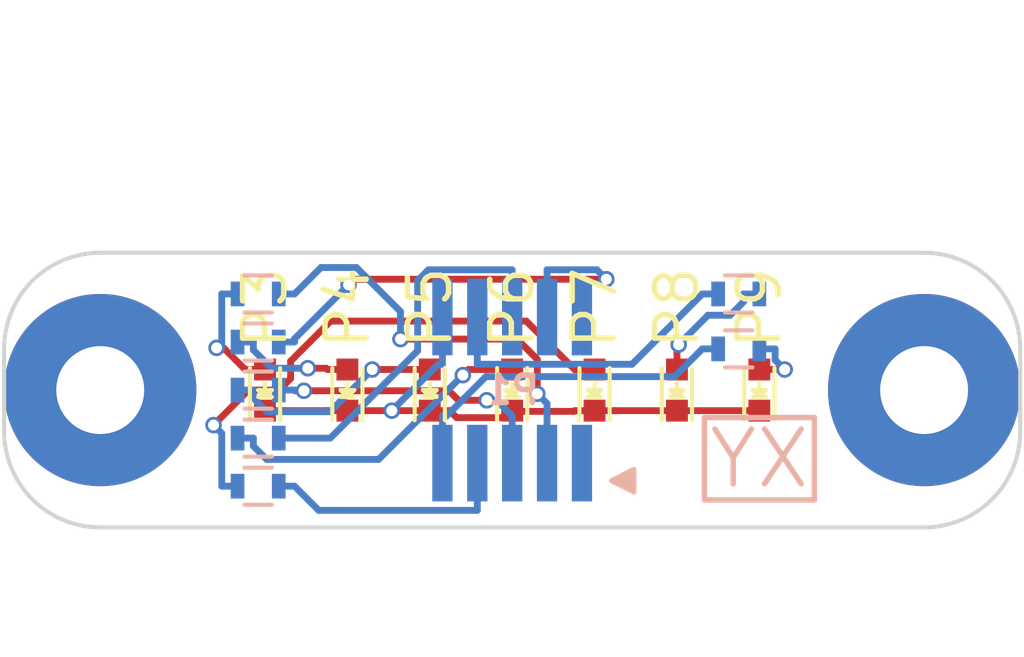
<source format=kicad_pcb>
(kicad_pcb (version 4) (host pcbnew 4.0.2-stable)

  (general
    (links 21)
    (no_connects 0)
    (area 120.725001 96.15 159.322619 121.700001)
    (thickness 1.6)
    (drawings 14)
    (tracks 129)
    (zones 0)
    (modules 17)
    (nets 16)
  )

  (page A4)
  (title_block
    (title "SBV2-EB: Extension Board Name (File-> Page Settings)")
    (rev 1.0)
    (company Smoothieware.org)
  )

  (layers
    (0 F.Cu signal hide)
    (31 B.Cu signal hide)
    (32 B.Adhes user)
    (33 F.Adhes user)
    (34 B.Paste user)
    (35 F.Paste user)
    (36 B.SilkS user)
    (37 F.SilkS user)
    (38 B.Mask user)
    (39 F.Mask user)
    (40 Dwgs.User user)
    (41 Cmts.User user)
    (42 Eco1.User user)
    (43 Eco2.User user)
    (44 Edge.Cuts user)
    (45 Margin user)
    (46 B.CrtYd user hide)
    (47 F.CrtYd user hide)
    (48 B.Fab user)
    (49 F.Fab user)
  )

  (setup
    (last_trace_width 0.25)
    (trace_clearance 0.2)
    (zone_clearance 0.254)
    (zone_45_only no)
    (trace_min 0.2)
    (segment_width 0.2)
    (edge_width 0.15)
    (via_size 0.6)
    (via_drill 0.4)
    (via_min_size 0.4)
    (via_min_drill 0.3)
    (uvia_size 0.3)
    (uvia_drill 0.1)
    (uvias_allowed no)
    (uvia_min_size 0.2)
    (uvia_min_drill 0.1)
    (pcb_text_width 0.3)
    (pcb_text_size 1.5 1.5)
    (mod_edge_width 0.2)
    (mod_text_size 1 1)
    (mod_text_width 0.15)
    (pad_size 3.2 3.2)
    (pad_drill 3.2)
    (pad_to_mask_clearance 0.2)
    (aux_axis_origin 121.5 113.5)
    (grid_origin 121.5 113.5)
    (visible_elements 7FFFF77F)
    (pcbplotparams
      (layerselection 0x010fc_80000001)
      (usegerberextensions true)
      (excludeedgelayer false)
      (linewidth 0.100000)
      (plotframeref false)
      (viasonmask true)
      (mode 1)
      (useauxorigin true)
      (hpglpennumber 1)
      (hpglpenspeed 20)
      (hpglpendiameter 15)
      (hpglpenoverlay 2)
      (psnegative false)
      (psa4output false)
      (plotreference true)
      (plotvalue true)
      (plotinvisibletext false)
      (padsonsilk false)
      (subtractmaskfromsilk false)
      (outputformat 1)
      (mirror false)
      (drillshape 0)
      (scaleselection 1)
      (outputdirectory Gerber))
  )

  (net 0 "")
  (net 1 /P8)
  (net 2 /P7)
  (net 3 /P6)
  (net 4 /P5)
  (net 5 /P3)
  (net 6 /P4)
  (net 7 GND)
  (net 8 /P9)
  (net 9 "Net-(D1-Pad2)")
  (net 10 "Net-(D2-Pad2)")
  (net 11 "Net-(D3-Pad2)")
  (net 12 "Net-(D4-Pad2)")
  (net 13 "Net-(D5-Pad2)")
  (net 14 "Net-(D6-Pad2)")
  (net 15 "Net-(D7-Pad2)")

  (net_class Default "This is the default net class."
    (clearance 0.2)
    (trace_width 0.25)
    (via_dia 0.6)
    (via_drill 0.4)
    (uvia_dia 0.3)
    (uvia_drill 0.1)
    (add_net /P3)
    (add_net /P4)
    (add_net /P5)
    (add_net /P6)
    (add_net /P7)
    (add_net /P8)
    (add_net /P9)
    (add_net GND)
    (add_net "Net-(D1-Pad2)")
    (add_net "Net-(D2-Pad2)")
    (add_net "Net-(D3-Pad2)")
    (add_net "Net-(D4-Pad2)")
    (add_net "Net-(D5-Pad2)")
    (add_net "Net-(D6-Pad2)")
    (add_net "Net-(D7-Pad2)")
  )

  (module SBV2_Footprints:M3_Mounting_Hole (layer F.Cu) (tedit 572122A3) (tstamp 573EDDDA)
    (at 125 110)
    (path /573F3BEA)
    (fp_text reference M2 (at 3 0) (layer F.SilkS) hide
      (effects (font (size 1 1) (thickness 0.15)))
    )
    (fp_text value MH_3.2mm (at 0 0) (layer F.Fab) hide
      (effects (font (size 1 1) (thickness 0.15)))
    )
    (pad "" np_thru_hole circle (at 0 0) (size 7 7) (drill 3.2) (layers *.Cu *.Mask))
  )

  (module SBV2_Footprints:M3_Mounting_Hole (layer F.Cu) (tedit 572122A3) (tstamp 573EDFDD)
    (at 155 110)
    (path /573F3B65)
    (fp_text reference M1 (at 3 0) (layer F.SilkS) hide
      (effects (font (size 1 1) (thickness 0.15)))
    )
    (fp_text value MH_3.2mm (at 0 0) (layer F.Fab) hide
      (effects (font (size 1 1) (thickness 0.15)))
    )
    (pad "" np_thru_hole circle (at 0 0) (size 7 7) (drill 3.2) (layers *.Cu *.Mask))
  )

  (module LEDs:LED-0603 (layer F.Cu) (tedit 574078E1) (tstamp 573FA870)
    (at 131 110 90)
    (descr "LED 0603 smd package")
    (tags "LED led 0603 SMD smd SMT smt smdled SMDLED smtled SMTLED")
    (path /573FA761)
    (attr smd)
    (fp_text reference D1 (at 0 0 90) (layer F.SilkS) hide
      (effects (font (size 1 1) (thickness 0.15)))
    )
    (fp_text value P3 (at 3 0 90) (layer F.SilkS)
      (effects (font (size 1.5 1.5) (thickness 0.2)))
    )
    (fp_line (start -1.1 0.55) (end 0.8 0.55) (layer F.SilkS) (width 0.15))
    (fp_line (start -1.1 -0.55) (end 0.8 -0.55) (layer F.SilkS) (width 0.15))
    (fp_line (start -0.2 0) (end 0.25 0) (layer F.SilkS) (width 0.15))
    (fp_line (start -0.25 -0.25) (end -0.25 0.25) (layer F.SilkS) (width 0.15))
    (fp_line (start -0.25 0) (end 0 -0.25) (layer F.SilkS) (width 0.15))
    (fp_line (start 0 -0.25) (end 0 0.25) (layer F.SilkS) (width 0.15))
    (fp_line (start 0 0.25) (end -0.25 0) (layer F.SilkS) (width 0.15))
    (fp_line (start 1.4 -0.75) (end 1.4 0.75) (layer F.CrtYd) (width 0.05))
    (fp_line (start 1.4 0.75) (end -1.4 0.75) (layer F.CrtYd) (width 0.05))
    (fp_line (start -1.4 0.75) (end -1.4 -0.75) (layer F.CrtYd) (width 0.05))
    (fp_line (start -1.4 -0.75) (end 1.4 -0.75) (layer F.CrtYd) (width 0.05))
    (pad 2 smd rect (at 0.7493 0 270) (size 0.79756 0.79756) (layers F.Cu F.Paste F.Mask)
      (net 9 "Net-(D1-Pad2)"))
    (pad 1 smd rect (at -0.7493 0 270) (size 0.79756 0.79756) (layers F.Cu F.Paste F.Mask)
      (net 7 GND))
  )

  (module LEDs:LED-0603 (layer F.Cu) (tedit 574078F8) (tstamp 573FA876)
    (at 134 110 90)
    (descr "LED 0603 smd package")
    (tags "LED led 0603 SMD smd SMT smt smdled SMDLED smtled SMTLED")
    (path /573FA942)
    (attr smd)
    (fp_text reference D2 (at 0 0 90) (layer F.SilkS) hide
      (effects (font (size 1 1) (thickness 0.15)))
    )
    (fp_text value P4 (at 3 0 90) (layer F.SilkS)
      (effects (font (size 1.5 1.5) (thickness 0.2)))
    )
    (fp_line (start -1.1 0.55) (end 0.8 0.55) (layer F.SilkS) (width 0.15))
    (fp_line (start -1.1 -0.55) (end 0.8 -0.55) (layer F.SilkS) (width 0.15))
    (fp_line (start -0.2 0) (end 0.25 0) (layer F.SilkS) (width 0.15))
    (fp_line (start -0.25 -0.25) (end -0.25 0.25) (layer F.SilkS) (width 0.15))
    (fp_line (start -0.25 0) (end 0 -0.25) (layer F.SilkS) (width 0.15))
    (fp_line (start 0 -0.25) (end 0 0.25) (layer F.SilkS) (width 0.15))
    (fp_line (start 0 0.25) (end -0.25 0) (layer F.SilkS) (width 0.15))
    (fp_line (start 1.4 -0.75) (end 1.4 0.75) (layer F.CrtYd) (width 0.05))
    (fp_line (start 1.4 0.75) (end -1.4 0.75) (layer F.CrtYd) (width 0.05))
    (fp_line (start -1.4 0.75) (end -1.4 -0.75) (layer F.CrtYd) (width 0.05))
    (fp_line (start -1.4 -0.75) (end 1.4 -0.75) (layer F.CrtYd) (width 0.05))
    (pad 2 smd rect (at 0.7493 0 270) (size 0.79756 0.79756) (layers F.Cu F.Paste F.Mask)
      (net 10 "Net-(D2-Pad2)"))
    (pad 1 smd rect (at -0.7493 0 270) (size 0.79756 0.79756) (layers F.Cu F.Paste F.Mask)
      (net 7 GND))
  )

  (module LEDs:LED-0603 (layer F.Cu) (tedit 574078FF) (tstamp 573FA87C)
    (at 137 110 90)
    (descr "LED 0603 smd package")
    (tags "LED led 0603 SMD smd SMT smt smdled SMDLED smtled SMTLED")
    (path /573FAB7C)
    (attr smd)
    (fp_text reference D3 (at 0 0 90) (layer F.SilkS) hide
      (effects (font (size 1 1) (thickness 0.15)))
    )
    (fp_text value P5 (at 3 0 90) (layer F.SilkS)
      (effects (font (size 1.5 1.5) (thickness 0.2)))
    )
    (fp_line (start -1.1 0.55) (end 0.8 0.55) (layer F.SilkS) (width 0.15))
    (fp_line (start -1.1 -0.55) (end 0.8 -0.55) (layer F.SilkS) (width 0.15))
    (fp_line (start -0.2 0) (end 0.25 0) (layer F.SilkS) (width 0.15))
    (fp_line (start -0.25 -0.25) (end -0.25 0.25) (layer F.SilkS) (width 0.15))
    (fp_line (start -0.25 0) (end 0 -0.25) (layer F.SilkS) (width 0.15))
    (fp_line (start 0 -0.25) (end 0 0.25) (layer F.SilkS) (width 0.15))
    (fp_line (start 0 0.25) (end -0.25 0) (layer F.SilkS) (width 0.15))
    (fp_line (start 1.4 -0.75) (end 1.4 0.75) (layer F.CrtYd) (width 0.05))
    (fp_line (start 1.4 0.75) (end -1.4 0.75) (layer F.CrtYd) (width 0.05))
    (fp_line (start -1.4 0.75) (end -1.4 -0.75) (layer F.CrtYd) (width 0.05))
    (fp_line (start -1.4 -0.75) (end 1.4 -0.75) (layer F.CrtYd) (width 0.05))
    (pad 2 smd rect (at 0.7493 0 270) (size 0.79756 0.79756) (layers F.Cu F.Paste F.Mask)
      (net 11 "Net-(D3-Pad2)"))
    (pad 1 smd rect (at -0.7493 0 270) (size 0.79756 0.79756) (layers F.Cu F.Paste F.Mask)
      (net 7 GND))
  )

  (module LEDs:LED-0603 (layer F.Cu) (tedit 57407906) (tstamp 573FA882)
    (at 140 110 90)
    (descr "LED 0603 smd package")
    (tags "LED led 0603 SMD smd SMT smt smdled SMDLED smtled SMTLED")
    (path /573FAC71)
    (attr smd)
    (fp_text reference D4 (at 0 0 90) (layer F.SilkS) hide
      (effects (font (size 1 1) (thickness 0.15)))
    )
    (fp_text value P6 (at 3 0 90) (layer F.SilkS)
      (effects (font (size 1.5 1.5) (thickness 0.2)))
    )
    (fp_line (start -1.1 0.55) (end 0.8 0.55) (layer F.SilkS) (width 0.15))
    (fp_line (start -1.1 -0.55) (end 0.8 -0.55) (layer F.SilkS) (width 0.15))
    (fp_line (start -0.2 0) (end 0.25 0) (layer F.SilkS) (width 0.15))
    (fp_line (start -0.25 -0.25) (end -0.25 0.25) (layer F.SilkS) (width 0.15))
    (fp_line (start -0.25 0) (end 0 -0.25) (layer F.SilkS) (width 0.15))
    (fp_line (start 0 -0.25) (end 0 0.25) (layer F.SilkS) (width 0.15))
    (fp_line (start 0 0.25) (end -0.25 0) (layer F.SilkS) (width 0.15))
    (fp_line (start 1.4 -0.75) (end 1.4 0.75) (layer F.CrtYd) (width 0.05))
    (fp_line (start 1.4 0.75) (end -1.4 0.75) (layer F.CrtYd) (width 0.05))
    (fp_line (start -1.4 0.75) (end -1.4 -0.75) (layer F.CrtYd) (width 0.05))
    (fp_line (start -1.4 -0.75) (end 1.4 -0.75) (layer F.CrtYd) (width 0.05))
    (pad 2 smd rect (at 0.7493 0 270) (size 0.79756 0.79756) (layers F.Cu F.Paste F.Mask)
      (net 12 "Net-(D4-Pad2)"))
    (pad 1 smd rect (at -0.7493 0 270) (size 0.79756 0.79756) (layers F.Cu F.Paste F.Mask)
      (net 7 GND))
  )

  (module LEDs:LED-0603 (layer F.Cu) (tedit 5740790D) (tstamp 573FA888)
    (at 143 110 90)
    (descr "LED 0603 smd package")
    (tags "LED led 0603 SMD smd SMT smt smdled SMDLED smtled SMTLED")
    (path /573FACEF)
    (attr smd)
    (fp_text reference D5 (at 0 0 90) (layer F.SilkS) hide
      (effects (font (size 1 1) (thickness 0.15)))
    )
    (fp_text value P7 (at 3 0 90) (layer F.SilkS)
      (effects (font (size 1.5 1.5) (thickness 0.2)))
    )
    (fp_line (start -1.1 0.55) (end 0.8 0.55) (layer F.SilkS) (width 0.15))
    (fp_line (start -1.1 -0.55) (end 0.8 -0.55) (layer F.SilkS) (width 0.15))
    (fp_line (start -0.2 0) (end 0.25 0) (layer F.SilkS) (width 0.15))
    (fp_line (start -0.25 -0.25) (end -0.25 0.25) (layer F.SilkS) (width 0.15))
    (fp_line (start -0.25 0) (end 0 -0.25) (layer F.SilkS) (width 0.15))
    (fp_line (start 0 -0.25) (end 0 0.25) (layer F.SilkS) (width 0.15))
    (fp_line (start 0 0.25) (end -0.25 0) (layer F.SilkS) (width 0.15))
    (fp_line (start 1.4 -0.75) (end 1.4 0.75) (layer F.CrtYd) (width 0.05))
    (fp_line (start 1.4 0.75) (end -1.4 0.75) (layer F.CrtYd) (width 0.05))
    (fp_line (start -1.4 0.75) (end -1.4 -0.75) (layer F.CrtYd) (width 0.05))
    (fp_line (start -1.4 -0.75) (end 1.4 -0.75) (layer F.CrtYd) (width 0.05))
    (pad 2 smd rect (at 0.7493 0 270) (size 0.79756 0.79756) (layers F.Cu F.Paste F.Mask)
      (net 13 "Net-(D5-Pad2)"))
    (pad 1 smd rect (at -0.7493 0 270) (size 0.79756 0.79756) (layers F.Cu F.Paste F.Mask)
      (net 7 GND))
  )

  (module LEDs:LED-0603 (layer F.Cu) (tedit 57407916) (tstamp 573FA88E)
    (at 146 110 90)
    (descr "LED 0603 smd package")
    (tags "LED led 0603 SMD smd SMT smt smdled SMDLED smtled SMTLED")
    (path /573FAD77)
    (attr smd)
    (fp_text reference D6 (at 0 0 90) (layer F.SilkS) hide
      (effects (font (size 1 1) (thickness 0.15)))
    )
    (fp_text value P8 (at 3 0 90) (layer F.SilkS)
      (effects (font (size 1.5 1.5) (thickness 0.2)))
    )
    (fp_line (start -1.1 0.55) (end 0.8 0.55) (layer F.SilkS) (width 0.15))
    (fp_line (start -1.1 -0.55) (end 0.8 -0.55) (layer F.SilkS) (width 0.15))
    (fp_line (start -0.2 0) (end 0.25 0) (layer F.SilkS) (width 0.15))
    (fp_line (start -0.25 -0.25) (end -0.25 0.25) (layer F.SilkS) (width 0.15))
    (fp_line (start -0.25 0) (end 0 -0.25) (layer F.SilkS) (width 0.15))
    (fp_line (start 0 -0.25) (end 0 0.25) (layer F.SilkS) (width 0.15))
    (fp_line (start 0 0.25) (end -0.25 0) (layer F.SilkS) (width 0.15))
    (fp_line (start 1.4 -0.75) (end 1.4 0.75) (layer F.CrtYd) (width 0.05))
    (fp_line (start 1.4 0.75) (end -1.4 0.75) (layer F.CrtYd) (width 0.05))
    (fp_line (start -1.4 0.75) (end -1.4 -0.75) (layer F.CrtYd) (width 0.05))
    (fp_line (start -1.4 -0.75) (end 1.4 -0.75) (layer F.CrtYd) (width 0.05))
    (pad 2 smd rect (at 0.7493 0 270) (size 0.79756 0.79756) (layers F.Cu F.Paste F.Mask)
      (net 14 "Net-(D6-Pad2)"))
    (pad 1 smd rect (at -0.7493 0 270) (size 0.79756 0.79756) (layers F.Cu F.Paste F.Mask)
      (net 7 GND))
  )

  (module LEDs:LED-0603 (layer F.Cu) (tedit 5740791D) (tstamp 573FA894)
    (at 149 110 90)
    (descr "LED 0603 smd package")
    (tags "LED led 0603 SMD smd SMT smt smdled SMDLED smtled SMTLED")
    (path /573FAE11)
    (attr smd)
    (fp_text reference D7 (at 0 0 90) (layer F.SilkS) hide
      (effects (font (size 1 1) (thickness 0.15)))
    )
    (fp_text value P9 (at 3 0 90) (layer F.SilkS)
      (effects (font (size 1.5 1.5) (thickness 0.2)))
    )
    (fp_line (start -1.1 0.55) (end 0.8 0.55) (layer F.SilkS) (width 0.15))
    (fp_line (start -1.1 -0.55) (end 0.8 -0.55) (layer F.SilkS) (width 0.15))
    (fp_line (start -0.2 0) (end 0.25 0) (layer F.SilkS) (width 0.15))
    (fp_line (start -0.25 -0.25) (end -0.25 0.25) (layer F.SilkS) (width 0.15))
    (fp_line (start -0.25 0) (end 0 -0.25) (layer F.SilkS) (width 0.15))
    (fp_line (start 0 -0.25) (end 0 0.25) (layer F.SilkS) (width 0.15))
    (fp_line (start 0 0.25) (end -0.25 0) (layer F.SilkS) (width 0.15))
    (fp_line (start 1.4 -0.75) (end 1.4 0.75) (layer F.CrtYd) (width 0.05))
    (fp_line (start 1.4 0.75) (end -1.4 0.75) (layer F.CrtYd) (width 0.05))
    (fp_line (start -1.4 0.75) (end -1.4 -0.75) (layer F.CrtYd) (width 0.05))
    (fp_line (start -1.4 -0.75) (end 1.4 -0.75) (layer F.CrtYd) (width 0.05))
    (pad 2 smd rect (at 0.7493 0 270) (size 0.79756 0.79756) (layers F.Cu F.Paste F.Mask)
      (net 15 "Net-(D7-Pad2)"))
    (pad 1 smd rect (at -0.7493 0 270) (size 0.79756 0.79756) (layers F.Cu F.Paste F.Mask)
      (net 7 GND))
  )

  (module Resistors_SMD:R_0603 (layer B.Cu) (tedit 573FACB3) (tstamp 573FA89A)
    (at 130.75 106.5)
    (descr "Resistor SMD 0603, reflow soldering, Vishay (see dcrcw.pdf)")
    (tags "resistor 0603")
    (path /573FA7BC)
    (attr smd)
    (fp_text reference R1 (at 3 0) (layer B.SilkS) hide
      (effects (font (size 1 1) (thickness 0.15)) (justify mirror))
    )
    (fp_text value 330 (at 0 0) (layer B.Fab) hide
      (effects (font (size 1 1) (thickness 0.15)) (justify mirror))
    )
    (fp_line (start -1.3 0.8) (end 1.3 0.8) (layer B.CrtYd) (width 0.05))
    (fp_line (start -1.3 -0.8) (end 1.3 -0.8) (layer B.CrtYd) (width 0.05))
    (fp_line (start -1.3 0.8) (end -1.3 -0.8) (layer B.CrtYd) (width 0.05))
    (fp_line (start 1.3 0.8) (end 1.3 -0.8) (layer B.CrtYd) (width 0.05))
    (fp_line (start 0.5 -0.675) (end -0.5 -0.675) (layer B.SilkS) (width 0.15))
    (fp_line (start -0.5 0.675) (end 0.5 0.675) (layer B.SilkS) (width 0.15))
    (pad 1 smd rect (at -0.75 0) (size 0.5 0.9) (layers B.Cu B.Paste B.Mask)
      (net 9 "Net-(D1-Pad2)"))
    (pad 2 smd rect (at 0.75 0) (size 0.5 0.9) (layers B.Cu B.Paste B.Mask)
      (net 5 /P3))
    (model Resistors_SMD.3dshapes/R_0603.wrl
      (at (xyz 0 0 0))
      (scale (xyz 1 1 1))
      (rotate (xyz 0 0 0))
    )
  )

  (module Resistors_SMD:R_0603 (layer B.Cu) (tedit 573FACB1) (tstamp 573FA8A0)
    (at 130.75 108.25)
    (descr "Resistor SMD 0603, reflow soldering, Vishay (see dcrcw.pdf)")
    (tags "resistor 0603")
    (path /573FA948)
    (attr smd)
    (fp_text reference R2 (at 3 0) (layer B.SilkS) hide
      (effects (font (size 1 1) (thickness 0.15)) (justify mirror))
    )
    (fp_text value 330 (at 0 0) (layer B.Fab) hide
      (effects (font (size 1 1) (thickness 0.15)) (justify mirror))
    )
    (fp_line (start -1.3 0.8) (end 1.3 0.8) (layer B.CrtYd) (width 0.05))
    (fp_line (start -1.3 -0.8) (end 1.3 -0.8) (layer B.CrtYd) (width 0.05))
    (fp_line (start -1.3 0.8) (end -1.3 -0.8) (layer B.CrtYd) (width 0.05))
    (fp_line (start 1.3 0.8) (end 1.3 -0.8) (layer B.CrtYd) (width 0.05))
    (fp_line (start 0.5 -0.675) (end -0.5 -0.675) (layer B.SilkS) (width 0.15))
    (fp_line (start -0.5 0.675) (end 0.5 0.675) (layer B.SilkS) (width 0.15))
    (pad 1 smd rect (at -0.75 0) (size 0.5 0.9) (layers B.Cu B.Paste B.Mask)
      (net 10 "Net-(D2-Pad2)"))
    (pad 2 smd rect (at 0.75 0) (size 0.5 0.9) (layers B.Cu B.Paste B.Mask)
      (net 6 /P4))
    (model Resistors_SMD.3dshapes/R_0603.wrl
      (at (xyz 0 0 0))
      (scale (xyz 1 1 1))
      (rotate (xyz 0 0 0))
    )
  )

  (module Resistors_SMD:R_0603 (layer B.Cu) (tedit 573FACAD) (tstamp 573FA8A6)
    (at 130.75 110)
    (descr "Resistor SMD 0603, reflow soldering, Vishay (see dcrcw.pdf)")
    (tags "resistor 0603")
    (path /573FAB82)
    (attr smd)
    (fp_text reference R3 (at 3 0) (layer B.SilkS) hide
      (effects (font (size 1 1) (thickness 0.15)) (justify mirror))
    )
    (fp_text value 330 (at 0 0) (layer B.Fab) hide
      (effects (font (size 1 1) (thickness 0.15)) (justify mirror))
    )
    (fp_line (start -1.3 0.8) (end 1.3 0.8) (layer B.CrtYd) (width 0.05))
    (fp_line (start -1.3 -0.8) (end 1.3 -0.8) (layer B.CrtYd) (width 0.05))
    (fp_line (start -1.3 0.8) (end -1.3 -0.8) (layer B.CrtYd) (width 0.05))
    (fp_line (start 1.3 0.8) (end 1.3 -0.8) (layer B.CrtYd) (width 0.05))
    (fp_line (start 0.5 -0.675) (end -0.5 -0.675) (layer B.SilkS) (width 0.15))
    (fp_line (start -0.5 0.675) (end 0.5 0.675) (layer B.SilkS) (width 0.15))
    (pad 1 smd rect (at -0.75 0) (size 0.5 0.9) (layers B.Cu B.Paste B.Mask)
      (net 11 "Net-(D3-Pad2)"))
    (pad 2 smd rect (at 0.75 0) (size 0.5 0.9) (layers B.Cu B.Paste B.Mask)
      (net 4 /P5))
    (model Resistors_SMD.3dshapes/R_0603.wrl
      (at (xyz 0 0 0))
      (scale (xyz 1 1 1))
      (rotate (xyz 0 0 0))
    )
  )

  (module Resistors_SMD:R_0603 (layer B.Cu) (tedit 573FACA8) (tstamp 573FA8AC)
    (at 130.75 111.75)
    (descr "Resistor SMD 0603, reflow soldering, Vishay (see dcrcw.pdf)")
    (tags "resistor 0603")
    (path /573FAC78)
    (attr smd)
    (fp_text reference R4 (at 3 0) (layer B.SilkS) hide
      (effects (font (size 1 1) (thickness 0.15)) (justify mirror))
    )
    (fp_text value 330 (at 0 0) (layer B.Fab) hide
      (effects (font (size 1 1) (thickness 0.15)) (justify mirror))
    )
    (fp_line (start -1.3 0.8) (end 1.3 0.8) (layer B.CrtYd) (width 0.05))
    (fp_line (start -1.3 -0.8) (end 1.3 -0.8) (layer B.CrtYd) (width 0.05))
    (fp_line (start -1.3 0.8) (end -1.3 -0.8) (layer B.CrtYd) (width 0.05))
    (fp_line (start 1.3 0.8) (end 1.3 -0.8) (layer B.CrtYd) (width 0.05))
    (fp_line (start 0.5 -0.675) (end -0.5 -0.675) (layer B.SilkS) (width 0.15))
    (fp_line (start -0.5 0.675) (end 0.5 0.675) (layer B.SilkS) (width 0.15))
    (pad 1 smd rect (at -0.75 0) (size 0.5 0.9) (layers B.Cu B.Paste B.Mask)
      (net 12 "Net-(D4-Pad2)"))
    (pad 2 smd rect (at 0.75 0) (size 0.5 0.9) (layers B.Cu B.Paste B.Mask)
      (net 3 /P6))
    (model Resistors_SMD.3dshapes/R_0603.wrl
      (at (xyz 0 0 0))
      (scale (xyz 1 1 1))
      (rotate (xyz 0 0 0))
    )
  )

  (module Resistors_SMD:R_0603 (layer B.Cu) (tedit 573FACA4) (tstamp 573FA8B2)
    (at 130.75 113.5)
    (descr "Resistor SMD 0603, reflow soldering, Vishay (see dcrcw.pdf)")
    (tags "resistor 0603")
    (path /573FACF6)
    (attr smd)
    (fp_text reference R5 (at 3 0) (layer B.SilkS) hide
      (effects (font (size 1 1) (thickness 0.15)) (justify mirror))
    )
    (fp_text value 330 (at 0 0) (layer B.Fab) hide
      (effects (font (size 1 1) (thickness 0.15)) (justify mirror))
    )
    (fp_line (start -1.3 0.8) (end 1.3 0.8) (layer B.CrtYd) (width 0.05))
    (fp_line (start -1.3 -0.8) (end 1.3 -0.8) (layer B.CrtYd) (width 0.05))
    (fp_line (start -1.3 0.8) (end -1.3 -0.8) (layer B.CrtYd) (width 0.05))
    (fp_line (start 1.3 0.8) (end 1.3 -0.8) (layer B.CrtYd) (width 0.05))
    (fp_line (start 0.5 -0.675) (end -0.5 -0.675) (layer B.SilkS) (width 0.15))
    (fp_line (start -0.5 0.675) (end 0.5 0.675) (layer B.SilkS) (width 0.15))
    (pad 1 smd rect (at -0.75 0) (size 0.5 0.9) (layers B.Cu B.Paste B.Mask)
      (net 13 "Net-(D5-Pad2)"))
    (pad 2 smd rect (at 0.75 0) (size 0.5 0.9) (layers B.Cu B.Paste B.Mask)
      (net 2 /P7))
    (model Resistors_SMD.3dshapes/R_0603.wrl
      (at (xyz 0 0 0))
      (scale (xyz 1 1 1))
      (rotate (xyz 0 0 0))
    )
  )

  (module Resistors_SMD:R_0603 (layer B.Cu) (tedit 573FADCD) (tstamp 573FA8B8)
    (at 148.25 106.5 180)
    (descr "Resistor SMD 0603, reflow soldering, Vishay (see dcrcw.pdf)")
    (tags "resistor 0603")
    (path /573FAD7E)
    (attr smd)
    (fp_text reference R6 (at 3 0 180) (layer B.SilkS) hide
      (effects (font (size 1 1) (thickness 0.15)) (justify mirror))
    )
    (fp_text value 330 (at 0 0 180) (layer B.Fab) hide
      (effects (font (size 1 1) (thickness 0.15)) (justify mirror))
    )
    (fp_line (start -1.3 0.8) (end 1.3 0.8) (layer B.CrtYd) (width 0.05))
    (fp_line (start -1.3 -0.8) (end 1.3 -0.8) (layer B.CrtYd) (width 0.05))
    (fp_line (start -1.3 0.8) (end -1.3 -0.8) (layer B.CrtYd) (width 0.05))
    (fp_line (start 1.3 0.8) (end 1.3 -0.8) (layer B.CrtYd) (width 0.05))
    (fp_line (start 0.5 -0.675) (end -0.5 -0.675) (layer B.SilkS) (width 0.15))
    (fp_line (start -0.5 0.675) (end 0.5 0.675) (layer B.SilkS) (width 0.15))
    (pad 1 smd rect (at -0.75 0 180) (size 0.5 0.9) (layers B.Cu B.Paste B.Mask)
      (net 14 "Net-(D6-Pad2)"))
    (pad 2 smd rect (at 0.75 0 180) (size 0.5 0.9) (layers B.Cu B.Paste B.Mask)
      (net 1 /P8))
    (model Resistors_SMD.3dshapes/R_0603.wrl
      (at (xyz 0 0 0))
      (scale (xyz 1 1 1))
      (rotate (xyz 0 0 0))
    )
  )

  (module Resistors_SMD:R_0603 (layer B.Cu) (tedit 573FADC1) (tstamp 573FA8BE)
    (at 148.25 108.5 180)
    (descr "Resistor SMD 0603, reflow soldering, Vishay (see dcrcw.pdf)")
    (tags "resistor 0603")
    (path /573FAE18)
    (attr smd)
    (fp_text reference R7 (at 3 0 180) (layer B.SilkS) hide
      (effects (font (size 1 1) (thickness 0.15)) (justify mirror))
    )
    (fp_text value 330 (at 0 0 180) (layer B.Fab) hide
      (effects (font (size 1 1) (thickness 0.15)) (justify mirror))
    )
    (fp_line (start -1.3 0.8) (end 1.3 0.8) (layer B.CrtYd) (width 0.05))
    (fp_line (start -1.3 -0.8) (end 1.3 -0.8) (layer B.CrtYd) (width 0.05))
    (fp_line (start -1.3 0.8) (end -1.3 -0.8) (layer B.CrtYd) (width 0.05))
    (fp_line (start 1.3 0.8) (end 1.3 -0.8) (layer B.CrtYd) (width 0.05))
    (fp_line (start 0.5 -0.675) (end -0.5 -0.675) (layer B.SilkS) (width 0.15))
    (fp_line (start -0.5 0.675) (end 0.5 0.675) (layer B.SilkS) (width 0.15))
    (pad 1 smd rect (at -0.75 0 180) (size 0.5 0.9) (layers B.Cu B.Paste B.Mask)
      (net 15 "Net-(D7-Pad2)"))
    (pad 2 smd rect (at 0.75 0 180) (size 0.5 0.9) (layers B.Cu B.Paste B.Mask)
      (net 8 /P9))
    (model Resistors_SMD.3dshapes/R_0603.wrl
      (at (xyz 0 0 0))
      (scale (xyz 1 1 1))
      (rotate (xyz 0 0 0))
    )
  )

  (module SBV2_Footprints:SHF-105-01-L-D-SM (layer B.Cu) (tedit 5748D558) (tstamp 5748D95F)
    (at 140 110 180)
    (descr "Smd dual-row strip connector, 5x2 pin, 1.27mm pitch")
    (path /573F3F4E)
    (fp_text reference P1 (at 0 0 180) (layer B.SilkS)
      (effects (font (size 1 1) (thickness 0.2)) (justify mirror))
    )
    (fp_text value XY (at -9 -2.5 180) (layer B.SilkS)
      (effects (font (size 2 2) (thickness 0.2)) (justify mirror))
    )
    (fp_line (start 5.08 2.54) (end 5.08 3.048) (layer B.CrtYd) (width 0.15))
    (fp_line (start -1.27 -2.6416) (end -1.27 -2.54) (layer B.CrtYd) (width 0.15))
    (fp_line (start -2.54 -2.54) (end -2.54 -2.63906) (layer B.CrtYd) (width 0.15))
    (fp_line (start -1.27 -2.54) (end 6.35 -2.54) (layer B.CrtYd) (width 0.15))
    (fp_line (start -6.35 -2.54) (end -2.54 -2.54) (layer B.CrtYd) (width 0.15))
    (fp_line (start -6.35 1.27) (end -6.35 3.05) (layer B.CrtYd) (width 0.15))
    (fp_line (start -6.35 3.05) (end -5.08 3.05) (layer B.CrtYd) (width 0.15))
    (fp_line (start -5.08 3.05) (end -5.08 2.54) (layer B.CrtYd) (width 0.15))
    (fp_line (start -5.08 2.54) (end -1.27 2.54) (layer B.CrtYd) (width 0.15))
    (fp_line (start -1.27 2.54) (end -1.27 3.05) (layer B.CrtYd) (width 0.15))
    (fp_line (start -1.27 3.05) (end 1.27 3.05) (layer B.CrtYd) (width 0.15))
    (fp_line (start 1.27 2.54) (end 1.27 3.05) (layer B.CrtYd) (width 0.15))
    (fp_line (start 1.27 2.54) (end 5.08 2.54) (layer B.CrtYd) (width 0.15))
    (fp_line (start 5.08 3.05) (end 6.35 3.05) (layer B.CrtYd) (width 0.15))
    (fp_line (start 6.35 3.05) (end 6.35 -2.54) (layer B.CrtYd) (width 0.15))
    (fp_line (start -1.27 -2.64) (end -2.54 -2.64) (layer B.CrtYd) (width 0.15))
    (fp_line (start -6.35 -2.54) (end -6.35 1.27) (layer B.CrtYd) (width 0.15))
    (fp_line (start -3.93 -3.4) (end -3.93 -3.2) (layer B.SilkS) (width 0.19812))
    (fp_line (start -4.03 -3.2) (end -4.03 -3.4) (layer B.SilkS) (width 0.19812))
    (fp_line (start -4.13 -3.5) (end -4.13 -3.1) (layer B.SilkS) (width 0.19812))
    (fp_line (start -4.23 -3.1) (end -4.23 -3.5) (layer B.SilkS) (width 0.19812))
    (fp_line (start -4.33 -3.6) (end -4.33 -3) (layer B.SilkS) (width 0.19812))
    (fp_line (start -3.63 -3.3) (end -4.43 -3.7) (layer B.SilkS) (width 0.19812))
    (fp_line (start -4.43 -3.7) (end -4.43 -2.9) (layer B.SilkS) (width 0.19812))
    (fp_line (start -4.43 -2.9) (end -3.63 -3.3) (layer B.SilkS) (width 0.19812))
    (pad 8 smd rect (at 1.27 2.66 180) (size 0.74 2.79) (layers B.Cu B.Paste B.Mask)
      (net 1 /P8))
    (pad 7 smd rect (at 1.27 -2.66 180) (size 0.74 2.79) (layers B.Cu B.Paste B.Mask)
      (net 2 /P7))
    (pad 6 smd rect (at 0 2.66 180) (size 0.74 2.79) (layers B.Cu B.Paste B.Mask)
      (net 3 /P6))
    (pad 5 smd rect (at 0 -2.66) (size 0.74 2.79) (layers B.Cu B.Paste B.Mask)
      (net 4 /P5))
    (pad 1 smd rect (at -2.54 -2.66 180) (size 0.74 2.79) (layers B.Cu B.Paste B.Mask))
    (pad 2 smd rect (at -2.54 2.66 180) (size 0.74 2.79) (layers B.Cu B.Paste B.Mask))
    (pad 3 smd rect (at -1.27 -2.66 180) (size 0.74 2.79) (layers B.Cu B.Paste B.Mask)
      (net 5 /P3))
    (pad 4 smd rect (at -1.27 2.66 180) (size 0.74 2.79) (layers B.Cu B.Paste B.Mask)
      (net 6 /P4))
    (pad 10 smd rect (at 2.54 2.66 180) (size 0.74 2.79) (layers B.Cu B.Paste B.Mask)
      (net 7 GND))
    (pad 9 smd rect (at 2.54 -2.66 180) (size 0.74 2.79) (layers B.Cu B.Paste B.Mask)
      (net 8 /P9))
    (model rmc_packages3d/Samtec/SHF-105-01-L-D-SM-k.wrl
      (at (xyz 0 0 0))
      (scale (xyz 1 1 1))
      (rotate (xyz -90 0 0))
    )
  )

  (gr_line (start 151 111) (end 147 111) (angle 90) (layer B.SilkS) (width 0.2))
  (gr_line (start 151 114) (end 151 111) (angle 90) (layer B.SilkS) (width 0.2))
  (gr_line (start 147 114) (end 151 114) (angle 90) (layer B.SilkS) (width 0.2))
  (gr_line (start 147 111) (end 147 114) (angle 90) (layer B.SilkS) (width 0.2))
  (gr_line (start 158.5 108.5) (end 158.5 111.5) (angle 90) (layer Edge.Cuts) (width 0.15))
  (gr_line (start 121.5 108.5) (end 121.5 111.5) (angle 90) (layer Edge.Cuts) (width 0.15))
  (gr_arc (start 125 108.5) (end 121.5 108.5) (angle 90) (layer Edge.Cuts) (width 0.15))
  (gr_arc (start 155 108.5) (end 155 105) (angle 90) (layer Edge.Cuts) (width 0.15))
  (gr_line (start 125 105) (end 155 105) (angle 90) (layer Edge.Cuts) (width 0.15))
  (dimension 37 (width 0.3) (layer Dwgs.User)
    (gr_text "37.000 mm" (at 140 97.65) (layer Dwgs.User)
      (effects (font (size 1.5 1.5) (thickness 0.3)))
    )
    (feature1 (pts (xy 121.5 101) (xy 121.5 96.3)))
    (feature2 (pts (xy 158.5 101) (xy 158.5 96.3)))
    (crossbar (pts (xy 158.5 99) (xy 121.5 99)))
    (arrow1a (pts (xy 121.5 99) (xy 122.626504 98.413579)))
    (arrow1b (pts (xy 121.5 99) (xy 122.626504 99.586421)))
    (arrow2a (pts (xy 158.5 99) (xy 157.373496 98.413579)))
    (arrow2b (pts (xy 158.5 99) (xy 157.373496 99.586421)))
  )
  (dimension 30 (width 0.3) (layer Dwgs.User)
    (gr_text "30.000 mm" (at 140 120.35) (layer Dwgs.User)
      (effects (font (size 1.5 1.5) (thickness 0.3)))
    )
    (feature1 (pts (xy 155 117.5) (xy 155 121.7)))
    (feature2 (pts (xy 125 117.5) (xy 125 121.7)))
    (crossbar (pts (xy 125 119) (xy 155 119)))
    (arrow1a (pts (xy 155 119) (xy 153.873496 119.586421)))
    (arrow1b (pts (xy 155 119) (xy 153.873496 118.413579)))
    (arrow2a (pts (xy 125 119) (xy 126.126504 119.586421)))
    (arrow2b (pts (xy 125 119) (xy 126.126504 118.413579)))
  )
  (gr_line (start 125 115) (end 155 115) (angle 90) (layer Edge.Cuts) (width 0.15))
  (gr_arc (start 155 111.5) (end 158.5 111.5) (angle 90) (layer Edge.Cuts) (width 0.15))
  (gr_arc (start 125 111.5) (end 125 115) (angle 90) (layer Edge.Cuts) (width 0.15))

  (segment (start 144.3644 109.0603) (end 138.73 109.0603) (width 0.25) (layer B.Cu) (net 1))
  (segment (start 146.9247 106.5) (end 144.3644 109.0603) (width 0.25) (layer B.Cu) (net 1))
  (segment (start 147.5 106.5) (end 146.9247 106.5) (width 0.25) (layer B.Cu) (net 1))
  (segment (start 138.73 107.34) (end 138.73 109.0603) (width 0.25) (layer B.Cu) (net 1))
  (segment (start 132.9556 114.3803) (end 138.73 114.3803) (width 0.25) (layer B.Cu) (net 2))
  (segment (start 132.0753 113.5) (end 132.9556 114.3803) (width 0.25) (layer B.Cu) (net 2))
  (segment (start 131.5 113.5) (end 132.0753 113.5) (width 0.25) (layer B.Cu) (net 2))
  (segment (start 138.73 112.66) (end 138.73 114.3803) (width 0.25) (layer B.Cu) (net 2))
  (segment (start 140 107.34) (end 140 105.6197) (width 0.25) (layer B.Cu) (net 3))
  (segment (start 136.9532 105.6197) (end 140 105.6197) (width 0.25) (layer B.Cu) (net 3))
  (segment (start 136.5581 106.0148) (end 136.9532 105.6197) (width 0.25) (layer B.Cu) (net 3))
  (segment (start 136.5581 108.5675) (end 136.5581 106.0148) (width 0.25) (layer B.Cu) (net 3))
  (segment (start 133.3756 111.75) (end 136.5581 108.5675) (width 0.25) (layer B.Cu) (net 3))
  (segment (start 131.5 111.75) (end 133.3756 111.75) (width 0.25) (layer B.Cu) (net 3))
  (via (at 132.4166 110.0252) (size 0.6) (layers F.Cu B.Cu) (net 4))
  (via (at 139.0739 110.3719) (size 0.6) (layers F.Cu B.Cu) (net 4))
  (segment (start 131.5 110) (end 132.0753 110) (width 0.25) (layer B.Cu) (net 4))
  (segment (start 140 112.66) (end 140 110.9397) (width 0.25) (layer B.Cu) (net 4))
  (segment (start 139.4322 110.3719) (end 140 110.9397) (width 0.25) (layer B.Cu) (net 4))
  (segment (start 139.0739 110.3719) (end 139.4322 110.3719) (width 0.25) (layer B.Cu) (net 4))
  (segment (start 132.1005 110.0252) (end 132.4166 110.0252) (width 0.25) (layer B.Cu) (net 4))
  (segment (start 132.0753 110) (end 132.1005 110.0252) (width 0.25) (layer B.Cu) (net 4))
  (segment (start 137.699 110.0252) (end 132.4166 110.0252) (width 0.25) (layer F.Cu) (net 4))
  (segment (start 138.0457 110.3719) (end 137.699 110.0252) (width 0.25) (layer F.Cu) (net 4))
  (segment (start 139.0739 110.3719) (end 138.0457 110.3719) (width 0.25) (layer F.Cu) (net 4))
  (via (at 135.9328 108.1436) (size 0.6) (layers F.Cu B.Cu) (net 5))
  (via (at 140.915 110.1362) (size 0.6) (layers F.Cu B.Cu) (net 5))
  (segment (start 135.9328 107.1405) (end 135.9328 108.1436) (width 0.25) (layer B.Cu) (net 5))
  (segment (start 134.33 105.5377) (end 135.9328 107.1405) (width 0.25) (layer B.Cu) (net 5))
  (segment (start 133.0376 105.5377) (end 134.33 105.5377) (width 0.25) (layer B.Cu) (net 5))
  (segment (start 132.0753 106.5) (end 133.0376 105.5377) (width 0.25) (layer B.Cu) (net 5))
  (segment (start 131.5 106.5) (end 132.0753 106.5) (width 0.25) (layer B.Cu) (net 5))
  (segment (start 141.27 110.4912) (end 140.915 110.1362) (width 0.25) (layer B.Cu) (net 5))
  (segment (start 141.27 112.66) (end 141.27 110.4912) (width 0.25) (layer B.Cu) (net 5))
  (segment (start 140.915 108.8801) (end 140.915 110.1362) (width 0.25) (layer F.Cu) (net 5))
  (segment (start 140.1785 108.1436) (end 140.915 108.8801) (width 0.25) (layer F.Cu) (net 5))
  (segment (start 135.9328 108.1436) (end 140.1785 108.1436) (width 0.25) (layer F.Cu) (net 5))
  (via (at 134.0418 106.1685) (size 0.6) (layers F.Cu B.Cu) (net 6))
  (via (at 143.4278 105.9644) (size 0.6) (layers F.Cu B.Cu) (net 6))
  (segment (start 141.27 107.34) (end 141.27 105.6197) (width 0.25) (layer B.Cu) (net 6))
  (segment (start 131.5 108.25) (end 132.0753 108.25) (width 0.25) (layer B.Cu) (net 6))
  (segment (start 143.0831 105.6197) (end 143.4278 105.9644) (width 0.25) (layer B.Cu) (net 6))
  (segment (start 141.27 105.6197) (end 143.0831 105.6197) (width 0.25) (layer B.Cu) (net 6))
  (segment (start 132.0753 108.135) (end 134.0418 106.1685) (width 0.25) (layer B.Cu) (net 6))
  (segment (start 132.0753 108.25) (end 132.0753 108.135) (width 0.25) (layer B.Cu) (net 6))
  (segment (start 134.2459 105.9644) (end 134.0418 106.1685) (width 0.25) (layer F.Cu) (net 6))
  (segment (start 143.4278 105.9644) (end 134.2459 105.9644) (width 0.25) (layer F.Cu) (net 6))
  (via (at 135.6162 110.7493) (size 0.6) (layers F.Cu B.Cu) (net 7))
  (segment (start 137.46 107.34) (end 137.46 109.0603) (width 0.25) (layer B.Cu) (net 7))
  (segment (start 134 110.7493) (end 135.6162 110.7493) (width 0.25) (layer F.Cu) (net 7))
  (segment (start 137.3052 109.0603) (end 135.6162 110.7493) (width 0.25) (layer B.Cu) (net 7))
  (segment (start 137.46 109.0603) (end 137.3052 109.0603) (width 0.25) (layer B.Cu) (net 7))
  (segment (start 131 110.7493) (end 131.7241 110.7493) (width 0.25) (layer F.Cu) (net 7))
  (segment (start 134 110.7493) (end 133.2759 110.7493) (width 0.25) (layer F.Cu) (net 7))
  (segment (start 143 110.7493) (end 142.2759 110.7493) (width 0.25) (layer F.Cu) (net 7))
  (segment (start 143 110.7493) (end 143.7241 110.7493) (width 0.25) (layer F.Cu) (net 7))
  (segment (start 149 110.7493) (end 146 110.7493) (width 0.25) (layer F.Cu) (net 7))
  (segment (start 146 110.7493) (end 143.7241 110.7493) (width 0.25) (layer F.Cu) (net 7))
  (segment (start 131.7241 110.7493) (end 133.2759 110.7493) (width 0.25) (layer F.Cu) (net 7))
  (segment (start 135.6162 110.7493) (end 137 110.7493) (width 0.25) (layer F.Cu) (net 7))
  (segment (start 142.2499 110.7753) (end 142.2759 110.7493) (width 0.25) (layer F.Cu) (net 7))
  (segment (start 140.026 110.7753) (end 142.2499 110.7753) (width 0.25) (layer F.Cu) (net 7))
  (segment (start 140 110.7493) (end 140.026 110.7753) (width 0.25) (layer F.Cu) (net 7))
  (segment (start 137 110.7493) (end 137.7241 110.7493) (width 0.25) (layer F.Cu) (net 7))
  (segment (start 137.9785 111.0037) (end 137.7241 110.7493) (width 0.25) (layer F.Cu) (net 7))
  (segment (start 139.7456 111.0037) (end 137.9785 111.0037) (width 0.25) (layer F.Cu) (net 7))
  (segment (start 140 110.7493) (end 139.7456 111.0037) (width 0.25) (layer F.Cu) (net 7))
  (segment (start 137.6132 110.9397) (end 137.46 110.9397) (width 0.25) (layer B.Cu) (net 8))
  (segment (start 139.0422 109.5107) (end 137.6132 110.9397) (width 0.25) (layer B.Cu) (net 8))
  (segment (start 145.914 109.5107) (end 139.0422 109.5107) (width 0.25) (layer B.Cu) (net 8))
  (segment (start 146.9247 108.5) (end 145.914 109.5107) (width 0.25) (layer B.Cu) (net 8))
  (segment (start 147.5 108.5) (end 146.9247 108.5) (width 0.25) (layer B.Cu) (net 8))
  (segment (start 137.46 112.66) (end 137.46 110.9397) (width 0.25) (layer B.Cu) (net 8))
  (via (at 129.2374 108.4632) (size 0.6) (layers F.Cu B.Cu) (net 9))
  (segment (start 131 109.2507) (end 130.2759 109.2507) (width 0.25) (layer F.Cu) (net 9))
  (segment (start 130 106.5) (end 129.4247 106.5) (width 0.25) (layer B.Cu) (net 9))
  (segment (start 129.4247 108.2759) (end 129.2374 108.4632) (width 0.25) (layer B.Cu) (net 9))
  (segment (start 129.4247 106.5) (end 129.4247 108.2759) (width 0.25) (layer B.Cu) (net 9))
  (segment (start 129.4884 108.4632) (end 129.2374 108.4632) (width 0.25) (layer F.Cu) (net 9))
  (segment (start 130.2759 109.2507) (end 129.4884 108.4632) (width 0.25) (layer F.Cu) (net 9))
  (via (at 132.557 109.2053) (size 0.6) (layers F.Cu B.Cu) (net 10))
  (segment (start 131.2429 109.2053) (end 132.557 109.2053) (width 0.25) (layer B.Cu) (net 10))
  (segment (start 130.5753 108.5377) (end 131.2429 109.2053) (width 0.25) (layer B.Cu) (net 10))
  (segment (start 130.5753 108.25) (end 130.5753 108.5377) (width 0.25) (layer B.Cu) (net 10))
  (segment (start 133.2305 109.2053) (end 133.2759 109.2507) (width 0.25) (layer F.Cu) (net 10))
  (segment (start 132.557 109.2053) (end 133.2305 109.2053) (width 0.25) (layer F.Cu) (net 10))
  (segment (start 134 109.2507) (end 133.2759 109.2507) (width 0.25) (layer F.Cu) (net 10))
  (segment (start 130 108.25) (end 130.5753 108.25) (width 0.25) (layer B.Cu) (net 10))
  (via (at 134.9043 109.2507) (size 0.6) (layers F.Cu B.Cu) (net 11))
  (segment (start 137 109.2507) (end 134.9043 109.2507) (width 0.25) (layer F.Cu) (net 11))
  (segment (start 130 110) (end 130.5753 110) (width 0.25) (layer B.Cu) (net 11))
  (segment (start 133.3673 110.7877) (end 134.9043 109.2507) (width 0.25) (layer B.Cu) (net 11))
  (segment (start 131.0754 110.7877) (end 133.3673 110.7877) (width 0.25) (layer B.Cu) (net 11))
  (segment (start 130.5753 110.2876) (end 131.0754 110.7877) (width 0.25) (layer B.Cu) (net 11))
  (segment (start 130.5753 110) (end 130.5753 110.2876) (width 0.25) (layer B.Cu) (net 11))
  (via (at 138.2047 109.4552) (size 0.6) (layers F.Cu B.Cu) (net 12))
  (segment (start 130 111.75) (end 130.5753 111.75) (width 0.25) (layer B.Cu) (net 12))
  (segment (start 135.1345 112.5254) (end 138.2047 109.4552) (width 0.25) (layer B.Cu) (net 12))
  (segment (start 131.0631 112.5254) (end 135.1345 112.5254) (width 0.25) (layer B.Cu) (net 12))
  (segment (start 130.5753 112.0376) (end 131.0631 112.5254) (width 0.25) (layer B.Cu) (net 12))
  (segment (start 130.5753 111.75) (end 130.5753 112.0376) (width 0.25) (layer B.Cu) (net 12))
  (segment (start 138.4092 109.2507) (end 140 109.2507) (width 0.25) (layer F.Cu) (net 12))
  (segment (start 138.2047 109.4552) (end 138.4092 109.2507) (width 0.25) (layer F.Cu) (net 12))
  (via (at 129.125 111.275) (size 0.6) (layers F.Cu B.Cu) (net 13))
  (segment (start 129.4247 111.5747) (end 129.125 111.275) (width 0.25) (layer B.Cu) (net 13))
  (segment (start 129.4247 113.5) (end 129.4247 111.5747) (width 0.25) (layer B.Cu) (net 13))
  (segment (start 143 109.2507) (end 142.2759 109.2507) (width 0.25) (layer F.Cu) (net 13))
  (segment (start 130 113.5) (end 129.4247 113.5) (width 0.25) (layer B.Cu) (net 13))
  (segment (start 130.399 110.001) (end 129.125 111.275) (width 0.25) (layer F.Cu) (net 13))
  (segment (start 131.5123 110.001) (end 130.399 110.001) (width 0.25) (layer F.Cu) (net 13))
  (segment (start 131.9317 109.5816) (end 131.5123 110.001) (width 0.25) (layer F.Cu) (net 13))
  (segment (start 131.9317 108.9463) (end 131.9317 109.5816) (width 0.25) (layer F.Cu) (net 13))
  (segment (start 133.3898 107.4882) (end 131.9317 108.9463) (width 0.25) (layer F.Cu) (net 13))
  (segment (start 140.5134 107.4882) (end 133.3898 107.4882) (width 0.25) (layer F.Cu) (net 13))
  (segment (start 142.2759 109.2507) (end 140.5134 107.4882) (width 0.25) (layer F.Cu) (net 13))
  (via (at 146.0616 108.3447) (size 0.6) (layers F.Cu B.Cu) (net 14))
  (segment (start 147.1309 107.2754) (end 146.0616 108.3447) (width 0.25) (layer B.Cu) (net 14))
  (segment (start 147.9369 107.2754) (end 147.1309 107.2754) (width 0.25) (layer B.Cu) (net 14))
  (segment (start 148.4247 106.7876) (end 147.9369 107.2754) (width 0.25) (layer B.Cu) (net 14))
  (segment (start 148.4247 106.5) (end 148.4247 106.7876) (width 0.25) (layer B.Cu) (net 14))
  (segment (start 146 108.4063) (end 146 109.2507) (width 0.25) (layer F.Cu) (net 14))
  (segment (start 146.0616 108.3447) (end 146 108.4063) (width 0.25) (layer F.Cu) (net 14))
  (segment (start 149 106.5) (end 148.4247 106.5) (width 0.25) (layer B.Cu) (net 14))
  (via (at 149.9212 109.2507) (size 0.6) (layers F.Cu B.Cu) (net 15))
  (segment (start 149 109.2507) (end 149.7241 109.2507) (width 0.25) (layer F.Cu) (net 15))
  (segment (start 149.5753 108.9048) (end 149.9212 109.2507) (width 0.25) (layer B.Cu) (net 15))
  (segment (start 149.5753 108.5) (end 149.5753 108.9048) (width 0.25) (layer B.Cu) (net 15))
  (segment (start 149.7241 109.2507) (end 149.9212 109.2507) (width 0.25) (layer F.Cu) (net 15))
  (segment (start 149 108.5) (end 149.5753 108.5) (width 0.25) (layer B.Cu) (net 15))

)

</source>
